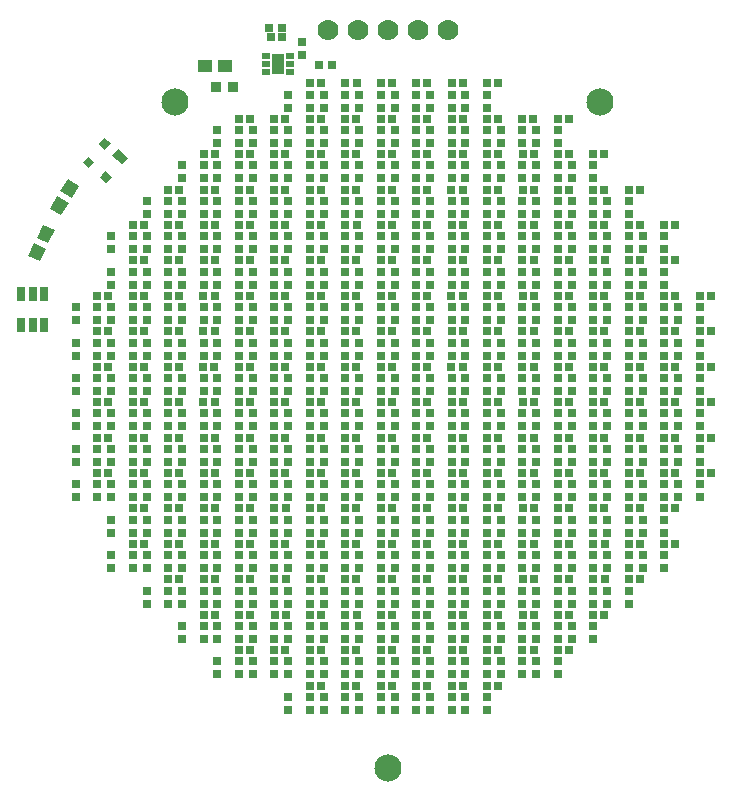
<source format=gbr>
G04 EAGLE Gerber RS-274X export*
G75*
%MOMM*%
%FSLAX34Y34*%
%LPD*%
%INSoldermask Top*%
%IPPOS*%
%AMOC8*
5,1,8,0,0,1.08239X$1,22.5*%
G01*
%ADD10C,2.301600*%
%ADD11R,0.651600X1.301600*%
%ADD12R,0.651600X0.651600*%
%ADD13C,1.778000*%
%ADD14R,1.101600X0.701600*%
%ADD15R,0.701600X0.701600*%
%ADD16R,1.201600X1.101600*%
%ADD17R,0.801600X0.801600*%
%ADD18R,0.771600X0.501600*%
%ADD19R,1.051600X1.801600*%
%ADD20R,0.701600X0.701600*%
%ADD21R,0.901600X0.901600*%


D10*
X520000Y594160D03*
X340000Y30000D03*
X160000Y594160D03*
D11*
X48824Y431402D03*
X39324Y431402D03*
X29824Y431402D03*
X29824Y405400D03*
X48824Y405400D03*
X39324Y405400D03*
D12*
X250545Y648841D03*
X241145Y648841D03*
D13*
X289200Y655400D03*
X314600Y655400D03*
X340000Y655400D03*
X365400Y655400D03*
X390800Y655400D03*
D14*
G36*
X111520Y554057D02*
X119896Y546904D01*
X115340Y541569D01*
X106964Y548722D01*
X111520Y554057D01*
G37*
D15*
G36*
X100114Y563799D02*
X105448Y559243D01*
X100892Y553909D01*
X95558Y558465D01*
X100114Y563799D01*
G37*
G36*
X86476Y547831D02*
X91810Y543275D01*
X87254Y537941D01*
X81920Y542497D01*
X86476Y547831D01*
G37*
G36*
X100923Y535491D02*
X106257Y530935D01*
X101701Y525601D01*
X96367Y530157D01*
X100923Y535491D01*
G37*
D16*
G36*
X69921Y508583D02*
X63822Y498230D01*
X54331Y503821D01*
X60430Y514174D01*
X69921Y508583D01*
G37*
G36*
X78549Y523230D02*
X72450Y512877D01*
X62959Y518468D01*
X69058Y528821D01*
X78549Y523230D01*
G37*
G36*
X42883Y479266D02*
X48018Y490128D01*
X57977Y485420D01*
X52842Y474558D01*
X42883Y479266D01*
G37*
G36*
X35618Y463896D02*
X40753Y474758D01*
X50712Y470050D01*
X45577Y459188D01*
X35618Y463896D01*
G37*
D17*
X274150Y589500D03*
X274150Y600500D03*
X255850Y600500D03*
X255850Y589500D03*
X304150Y589500D03*
X304150Y600500D03*
X285850Y600500D03*
X285850Y589500D03*
D12*
X283700Y610000D03*
X274300Y610000D03*
D17*
X334150Y589500D03*
X334150Y600500D03*
X315850Y600500D03*
X315850Y589500D03*
X364150Y589500D03*
X364150Y600500D03*
X345850Y600500D03*
X345850Y589500D03*
X394150Y589500D03*
X394150Y600500D03*
X375850Y600500D03*
X375850Y589500D03*
X424150Y589500D03*
X424150Y600500D03*
X405850Y600500D03*
X405850Y589500D03*
D12*
X313700Y610000D03*
X304300Y610000D03*
X343700Y610000D03*
X334300Y610000D03*
X373700Y610000D03*
X364300Y610000D03*
X403700Y610000D03*
X394300Y610000D03*
X433700Y610000D03*
X424300Y610000D03*
D17*
X214150Y559500D03*
X214150Y570500D03*
X195850Y570500D03*
X195850Y559500D03*
X244150Y559500D03*
X244150Y570500D03*
X225850Y570500D03*
X225850Y559500D03*
X274150Y559500D03*
X274150Y570500D03*
X255850Y570500D03*
X255850Y559500D03*
X304150Y559500D03*
X304150Y570500D03*
X285850Y570500D03*
X285850Y559500D03*
X334150Y559500D03*
X334150Y570500D03*
X315850Y570500D03*
X315850Y559500D03*
X364150Y559500D03*
X364150Y570500D03*
X345850Y570500D03*
X345850Y559500D03*
X394150Y559500D03*
X394150Y570500D03*
X375850Y570500D03*
X375850Y559500D03*
X424150Y559500D03*
X424150Y570500D03*
X405850Y570500D03*
X405850Y559500D03*
X454150Y559500D03*
X454150Y570500D03*
X435850Y570500D03*
X435850Y559500D03*
X484150Y559500D03*
X484150Y570500D03*
X465850Y570500D03*
X465850Y559500D03*
D12*
X223748Y580000D03*
X214348Y580000D03*
X253437Y580000D03*
X244037Y580000D03*
X283530Y580000D03*
X274130Y580000D03*
X313503Y580000D03*
X304103Y580000D03*
X343494Y580000D03*
X334094Y580000D03*
X373519Y580000D03*
X364119Y580000D03*
X403592Y580000D03*
X394192Y580000D03*
X433523Y580000D03*
X424123Y580000D03*
X463498Y580000D03*
X454098Y580000D03*
X493406Y580000D03*
X484006Y580000D03*
D17*
X184150Y529500D03*
X184150Y540500D03*
X165850Y540500D03*
X165850Y529500D03*
X214150Y529500D03*
X214150Y540500D03*
X195850Y540500D03*
X195850Y529500D03*
X244150Y529500D03*
X244150Y540500D03*
X225850Y540500D03*
X225850Y529500D03*
X274150Y529500D03*
X274150Y540500D03*
X255850Y540500D03*
X255850Y529500D03*
X304150Y529500D03*
X304150Y540500D03*
X285850Y540500D03*
X285850Y529500D03*
X334150Y529500D03*
X334150Y540500D03*
X315850Y540500D03*
X315850Y529500D03*
X364150Y529500D03*
X364150Y540500D03*
X345850Y540500D03*
X345850Y529500D03*
X394150Y529500D03*
X394150Y540500D03*
X375850Y540500D03*
X375850Y529500D03*
X424150Y529500D03*
X424150Y540500D03*
X405850Y540500D03*
X405850Y529500D03*
X454150Y529500D03*
X454150Y540500D03*
X435850Y540500D03*
X435850Y529500D03*
X484150Y529500D03*
X484150Y540500D03*
X465850Y540500D03*
X465850Y529500D03*
X514150Y529500D03*
X514150Y540500D03*
X495850Y540500D03*
X495850Y529500D03*
D12*
X193574Y550000D03*
X184174Y550000D03*
X223507Y550000D03*
X214107Y550000D03*
X253482Y550000D03*
X244082Y550000D03*
X283501Y550000D03*
X274101Y550000D03*
X313571Y550000D03*
X304171Y550000D03*
X343513Y550000D03*
X334113Y550000D03*
X373610Y550000D03*
X364210Y550000D03*
X403602Y550000D03*
X394202Y550000D03*
X433621Y550000D03*
X424221Y550000D03*
X463614Y550000D03*
X454214Y550000D03*
X493592Y550000D03*
X484192Y550000D03*
X523597Y550000D03*
X514197Y550000D03*
D17*
X154150Y499500D03*
X154150Y510500D03*
X135850Y510500D03*
X135850Y499500D03*
X184150Y499500D03*
X184150Y510500D03*
X165850Y510500D03*
X165850Y499500D03*
X214150Y499500D03*
X214150Y510500D03*
X195850Y510500D03*
X195850Y499500D03*
X244150Y499500D03*
X244150Y510500D03*
X225850Y510500D03*
X225850Y499500D03*
X274150Y499500D03*
X274150Y510500D03*
X255850Y510500D03*
X255850Y499500D03*
X304150Y499500D03*
X304150Y510500D03*
X285850Y510500D03*
X285850Y499500D03*
X334150Y499500D03*
X334150Y510500D03*
X315850Y510500D03*
X315850Y499500D03*
X364150Y499500D03*
X364150Y510500D03*
X345850Y510500D03*
X345850Y499500D03*
X394150Y499500D03*
X394150Y510500D03*
X375850Y510500D03*
X375850Y499500D03*
X424150Y499500D03*
X424150Y510500D03*
X405850Y510500D03*
X405850Y499500D03*
X454150Y499500D03*
X454150Y510500D03*
X435850Y510500D03*
X435850Y499500D03*
X484150Y499500D03*
X484150Y510500D03*
X465850Y510500D03*
X465850Y499500D03*
X514150Y499500D03*
X514150Y510500D03*
X495850Y510500D03*
X495850Y499500D03*
X544150Y499500D03*
X544150Y510500D03*
X525850Y510500D03*
X525850Y499500D03*
D12*
X163678Y520000D03*
X154278Y520000D03*
X193606Y520000D03*
X184206Y520000D03*
X223657Y520000D03*
X214257Y520000D03*
X253472Y520000D03*
X244072Y520000D03*
X283601Y520000D03*
X274201Y520000D03*
X313572Y520000D03*
X304172Y520000D03*
X343623Y520000D03*
X334223Y520000D03*
X373533Y520000D03*
X364133Y520000D03*
X403457Y520000D03*
X394057Y520000D03*
X433649Y520000D03*
X424249Y520000D03*
X463590Y520000D03*
X454190Y520000D03*
X493421Y520000D03*
X484021Y520000D03*
X523565Y520000D03*
X514165Y520000D03*
X553506Y520000D03*
X544106Y520000D03*
D17*
X124150Y469500D03*
X124150Y480500D03*
X105850Y480500D03*
X105850Y469500D03*
X154150Y469500D03*
X154150Y480500D03*
X135850Y480500D03*
X135850Y469500D03*
X184150Y469500D03*
X184150Y480500D03*
X165850Y480500D03*
X165850Y469500D03*
X214150Y469500D03*
X214150Y480500D03*
X195850Y480500D03*
X195850Y469500D03*
X244150Y469500D03*
X244150Y480500D03*
X225850Y480500D03*
X225850Y469500D03*
X274150Y469500D03*
X274150Y480500D03*
X255850Y480500D03*
X255850Y469500D03*
X304150Y469500D03*
X304150Y480500D03*
X285850Y480500D03*
X285850Y469500D03*
X334150Y469500D03*
X334150Y480500D03*
X315850Y480500D03*
X315850Y469500D03*
X364150Y469500D03*
X364150Y480500D03*
X345850Y480500D03*
X345850Y469500D03*
X394150Y469500D03*
X394150Y480500D03*
X375850Y480500D03*
X375850Y469500D03*
X424150Y469500D03*
X424150Y480500D03*
X405850Y480500D03*
X405850Y469500D03*
X454150Y469500D03*
X454150Y480500D03*
X435850Y480500D03*
X435850Y469500D03*
X484150Y469500D03*
X484150Y480500D03*
X465850Y480500D03*
X465850Y469500D03*
X514150Y469500D03*
X514150Y480500D03*
X495850Y480500D03*
X495850Y469500D03*
X544150Y469500D03*
X544150Y480500D03*
X525850Y480500D03*
X525850Y469500D03*
X574150Y469500D03*
X574150Y480500D03*
X555850Y480500D03*
X555850Y469500D03*
D12*
X133577Y490000D03*
X124177Y490000D03*
X163518Y490000D03*
X154118Y490000D03*
X193525Y490000D03*
X184125Y490000D03*
X223537Y490000D03*
X214137Y490000D03*
X253504Y490000D03*
X244104Y490000D03*
X283516Y490000D03*
X274116Y490000D03*
X313658Y490000D03*
X304258Y490000D03*
X343575Y490000D03*
X334175Y490000D03*
X373462Y490000D03*
X364062Y490000D03*
X403579Y490000D03*
X394179Y490000D03*
X433631Y490000D03*
X424231Y490000D03*
X463513Y490000D03*
X454113Y490000D03*
X493505Y490000D03*
X484105Y490000D03*
X523582Y490000D03*
X514182Y490000D03*
X553584Y490000D03*
X544184Y490000D03*
X583566Y490000D03*
X574166Y490000D03*
D17*
X124150Y439500D03*
X124150Y450500D03*
X105850Y450500D03*
X105850Y439500D03*
X154150Y439500D03*
X154150Y450500D03*
X135850Y450500D03*
X135850Y439500D03*
X184150Y439500D03*
X184150Y450500D03*
X165850Y450500D03*
X165850Y439500D03*
X214150Y439500D03*
X214150Y450500D03*
X195850Y450500D03*
X195850Y439500D03*
X244150Y439500D03*
X244150Y450500D03*
X225850Y450500D03*
X225850Y439500D03*
X274150Y439500D03*
X274150Y450500D03*
X255850Y450500D03*
X255850Y439500D03*
X304150Y439500D03*
X304150Y450500D03*
X285850Y450500D03*
X285850Y439500D03*
X334150Y439500D03*
X334150Y450500D03*
X315850Y450500D03*
X315850Y439500D03*
X364150Y439500D03*
X364150Y450500D03*
X345850Y450500D03*
X345850Y439500D03*
X394150Y439500D03*
X394150Y450500D03*
X375850Y450500D03*
X375850Y439500D03*
X424150Y439500D03*
X424150Y450500D03*
X405850Y450500D03*
X405850Y439500D03*
X454150Y439500D03*
X454150Y450500D03*
X435850Y450500D03*
X435850Y439500D03*
X484150Y439500D03*
X484150Y450500D03*
X465850Y450500D03*
X465850Y439500D03*
X514150Y439500D03*
X514150Y450500D03*
X495850Y450500D03*
X495850Y439500D03*
X544150Y439500D03*
X544150Y450500D03*
X525850Y450500D03*
X525850Y439500D03*
X574150Y439500D03*
X574150Y450500D03*
X555850Y450500D03*
X555850Y439500D03*
D12*
X133486Y460000D03*
X124086Y460000D03*
X163628Y460000D03*
X154228Y460000D03*
X193554Y460000D03*
X184154Y460000D03*
X223508Y460000D03*
X214108Y460000D03*
X253452Y460000D03*
X244052Y460000D03*
X283487Y460000D03*
X274087Y460000D03*
X313583Y460000D03*
X304183Y460000D03*
X343634Y460000D03*
X334234Y460000D03*
X373606Y460000D03*
X364206Y460000D03*
X403532Y460000D03*
X394132Y460000D03*
X433548Y460000D03*
X424148Y460000D03*
X463519Y460000D03*
X454119Y460000D03*
X493462Y460000D03*
X484062Y460000D03*
X523641Y460000D03*
X514241Y460000D03*
X553630Y460000D03*
X544230Y460000D03*
X583636Y460000D03*
X574236Y460000D03*
D17*
X94150Y409500D03*
X94150Y420500D03*
X75850Y420500D03*
X75850Y409500D03*
X124150Y409500D03*
X124150Y420500D03*
X105850Y420500D03*
X105850Y409500D03*
X154150Y409500D03*
X154150Y420500D03*
X135850Y420500D03*
X135850Y409500D03*
X184150Y409500D03*
X184150Y420500D03*
X165850Y420500D03*
X165850Y409500D03*
X214150Y409500D03*
X214150Y420500D03*
X195850Y420500D03*
X195850Y409500D03*
X244150Y409500D03*
X244150Y420500D03*
X225850Y420500D03*
X225850Y409500D03*
X274150Y409500D03*
X274150Y420500D03*
X255850Y420500D03*
X255850Y409500D03*
X304150Y409500D03*
X304150Y420500D03*
X285850Y420500D03*
X285850Y409500D03*
X334150Y409500D03*
X334150Y420500D03*
X315850Y420500D03*
X315850Y409500D03*
X364150Y409500D03*
X364150Y420500D03*
X345850Y420500D03*
X345850Y409500D03*
X394150Y409500D03*
X394150Y420500D03*
X375850Y420500D03*
X375850Y409500D03*
X424150Y409500D03*
X424150Y420500D03*
X405850Y420500D03*
X405850Y409500D03*
X454150Y409500D03*
X454150Y420500D03*
X435850Y420500D03*
X435850Y409500D03*
X484150Y409500D03*
X484150Y420500D03*
X465850Y420500D03*
X465850Y409500D03*
X514150Y409500D03*
X514150Y420500D03*
X495850Y420500D03*
X495850Y409500D03*
X544150Y409500D03*
X544150Y420500D03*
X525850Y420500D03*
X525850Y409500D03*
X574150Y409500D03*
X574150Y420500D03*
X555850Y420500D03*
X555850Y409500D03*
X604150Y409500D03*
X604150Y420500D03*
X585850Y420500D03*
X585850Y409500D03*
D12*
X103507Y430000D03*
X94107Y430000D03*
X133482Y430000D03*
X124082Y430000D03*
X163588Y430000D03*
X154188Y430000D03*
X193490Y430000D03*
X184090Y430000D03*
X223545Y430000D03*
X214145Y430000D03*
X253499Y430000D03*
X244099Y430000D03*
X283673Y430000D03*
X274273Y430000D03*
X313558Y430000D03*
X304158Y430000D03*
X343665Y430000D03*
X334265Y430000D03*
X373533Y430000D03*
X364133Y430000D03*
X403452Y430000D03*
X394052Y430000D03*
X433627Y430000D03*
X424227Y430000D03*
X463649Y430000D03*
X454249Y430000D03*
X493499Y430000D03*
X484099Y430000D03*
X523554Y430000D03*
X514154Y430000D03*
X553679Y430000D03*
X544279Y430000D03*
X583512Y430000D03*
X574112Y430000D03*
X613602Y430000D03*
X604202Y430000D03*
D17*
X94150Y379500D03*
X94150Y390500D03*
X75850Y390500D03*
X75850Y379500D03*
X124150Y379500D03*
X124150Y390500D03*
X105850Y390500D03*
X105850Y379500D03*
X154150Y379500D03*
X154150Y390500D03*
X135850Y390500D03*
X135850Y379500D03*
X184150Y379500D03*
X184150Y390500D03*
X165850Y390500D03*
X165850Y379500D03*
X214150Y379500D03*
X214150Y390500D03*
X195850Y390500D03*
X195850Y379500D03*
X244150Y379500D03*
X244150Y390500D03*
X225850Y390500D03*
X225850Y379500D03*
X274150Y379500D03*
X274150Y390500D03*
X255850Y390500D03*
X255850Y379500D03*
X304150Y379500D03*
X304150Y390500D03*
X285850Y390500D03*
X285850Y379500D03*
X334150Y379500D03*
X334150Y390500D03*
X315850Y390500D03*
X315850Y379500D03*
X364150Y379500D03*
X364150Y390500D03*
X345850Y390500D03*
X345850Y379500D03*
X394150Y379500D03*
X394150Y390500D03*
X375850Y390500D03*
X375850Y379500D03*
X424150Y379500D03*
X424150Y390500D03*
X405850Y390500D03*
X405850Y379500D03*
X454150Y379500D03*
X454150Y390500D03*
X435850Y390500D03*
X435850Y379500D03*
X484150Y379500D03*
X484150Y390500D03*
X465850Y390500D03*
X465850Y379500D03*
X514150Y379500D03*
X514150Y390500D03*
X495850Y390500D03*
X495850Y379500D03*
X544150Y379500D03*
X544150Y390500D03*
X525850Y390500D03*
X525850Y379500D03*
X574150Y379500D03*
X574150Y390500D03*
X555850Y390500D03*
X555850Y379500D03*
X604150Y379500D03*
X604150Y390500D03*
X585850Y390500D03*
X585850Y379500D03*
D12*
X103589Y400000D03*
X94189Y400000D03*
X133560Y400000D03*
X124160Y400000D03*
X163553Y400000D03*
X154153Y400000D03*
X193484Y400000D03*
X184084Y400000D03*
X223581Y400000D03*
X214181Y400000D03*
X253490Y400000D03*
X244090Y400000D03*
X283492Y400000D03*
X274092Y400000D03*
X313548Y400000D03*
X304148Y400000D03*
X343503Y400000D03*
X334103Y400000D03*
X373566Y400000D03*
X364166Y400000D03*
X403575Y400000D03*
X394175Y400000D03*
X433602Y400000D03*
X424202Y400000D03*
X463518Y400000D03*
X454118Y400000D03*
X493596Y400000D03*
X484196Y400000D03*
X523537Y400000D03*
X514137Y400000D03*
X553507Y400000D03*
X544107Y400000D03*
X583541Y400000D03*
X574141Y400000D03*
X613557Y400000D03*
X604157Y400000D03*
D17*
X94150Y349500D03*
X94150Y360500D03*
X75850Y360500D03*
X75850Y349500D03*
X124150Y349500D03*
X124150Y360500D03*
X105850Y360500D03*
X105850Y349500D03*
X154150Y349500D03*
X154150Y360500D03*
X135850Y360500D03*
X135850Y349500D03*
X184150Y349500D03*
X184150Y360500D03*
X165850Y360500D03*
X165850Y349500D03*
X214150Y349500D03*
X214150Y360500D03*
X195850Y360500D03*
X195850Y349500D03*
X244150Y349500D03*
X244150Y360500D03*
X225850Y360500D03*
X225850Y349500D03*
X274150Y349500D03*
X274150Y360500D03*
X255850Y360500D03*
X255850Y349500D03*
X304150Y349500D03*
X304150Y360500D03*
X285850Y360500D03*
X285850Y349500D03*
X334150Y349500D03*
X334150Y360500D03*
X315850Y360500D03*
X315850Y349500D03*
X364150Y349500D03*
X364150Y360500D03*
X345850Y360500D03*
X345850Y349500D03*
X394150Y349500D03*
X394150Y360500D03*
X375850Y360500D03*
X375850Y349500D03*
X424150Y349500D03*
X424150Y360500D03*
X405850Y360500D03*
X405850Y349500D03*
X454150Y349500D03*
X454150Y360500D03*
X435850Y360500D03*
X435850Y349500D03*
X484150Y349500D03*
X484150Y360500D03*
X465850Y360500D03*
X465850Y349500D03*
X514150Y349500D03*
X514150Y360500D03*
X495850Y360500D03*
X495850Y349500D03*
X544150Y349500D03*
X544150Y360500D03*
X525850Y360500D03*
X525850Y349500D03*
X574150Y349500D03*
X574150Y360500D03*
X555850Y360500D03*
X555850Y349500D03*
X604150Y349500D03*
X604150Y360500D03*
X585850Y360500D03*
X585850Y349500D03*
D12*
X103452Y370000D03*
X94052Y370000D03*
X133508Y370000D03*
X124108Y370000D03*
X163556Y370000D03*
X154156Y370000D03*
X193403Y370000D03*
X184003Y370000D03*
X223455Y370000D03*
X214055Y370000D03*
X253428Y370000D03*
X244028Y370000D03*
X283633Y370000D03*
X274233Y370000D03*
X313512Y370000D03*
X304112Y370000D03*
X343516Y370000D03*
X334116Y370000D03*
X373458Y370000D03*
X364058Y370000D03*
X403446Y370000D03*
X394046Y370000D03*
X433607Y370000D03*
X424207Y370000D03*
X463515Y370000D03*
X454115Y370000D03*
X493630Y370000D03*
X484230Y370000D03*
X523572Y370000D03*
X514172Y370000D03*
X553496Y370000D03*
X544096Y370000D03*
X583688Y370000D03*
X574288Y370000D03*
X613551Y370000D03*
X604151Y370000D03*
D17*
X94150Y319500D03*
X94150Y330500D03*
X75850Y330500D03*
X75850Y319500D03*
X124150Y319500D03*
X124150Y330500D03*
X105850Y330500D03*
X105850Y319500D03*
X154150Y319500D03*
X154150Y330500D03*
X135850Y330500D03*
X135850Y319500D03*
X184150Y319500D03*
X184150Y330500D03*
X165850Y330500D03*
X165850Y319500D03*
X214150Y319500D03*
X214150Y330500D03*
X195850Y330500D03*
X195850Y319500D03*
X244150Y319500D03*
X244150Y330500D03*
X225850Y330500D03*
X225850Y319500D03*
X274150Y319500D03*
X274150Y330500D03*
X255850Y330500D03*
X255850Y319500D03*
X304150Y319500D03*
X304150Y330500D03*
X285850Y330500D03*
X285850Y319500D03*
X334150Y319500D03*
X334150Y330500D03*
X315850Y330500D03*
X315850Y319500D03*
X364150Y319500D03*
X364150Y330500D03*
X345850Y330500D03*
X345850Y319500D03*
X394150Y319500D03*
X394150Y330500D03*
X375850Y330500D03*
X375850Y319500D03*
X424150Y319500D03*
X424150Y330500D03*
X405850Y330500D03*
X405850Y319500D03*
X454150Y319500D03*
X454150Y330500D03*
X435850Y330500D03*
X435850Y319500D03*
X484150Y319500D03*
X484150Y330500D03*
X465850Y330500D03*
X465850Y319500D03*
X514150Y319500D03*
X514150Y330500D03*
X495850Y330500D03*
X495850Y319500D03*
X544150Y319500D03*
X544150Y330500D03*
X525850Y330500D03*
X525850Y319500D03*
X574150Y319500D03*
X574150Y330500D03*
X555850Y330500D03*
X555850Y319500D03*
X604150Y319500D03*
X604150Y330500D03*
X585850Y330500D03*
X585850Y319500D03*
D12*
X103486Y340000D03*
X94086Y340000D03*
X133499Y340000D03*
X124099Y340000D03*
X163589Y340000D03*
X154189Y340000D03*
X193492Y340000D03*
X184092Y340000D03*
X223620Y340000D03*
X214220Y340000D03*
X253489Y340000D03*
X244089Y340000D03*
X283606Y340000D03*
X274206Y340000D03*
X313520Y340000D03*
X304120Y340000D03*
X343565Y340000D03*
X334165Y340000D03*
X373563Y340000D03*
X364163Y340000D03*
X403589Y340000D03*
X394189Y340000D03*
X433582Y340000D03*
X424182Y340000D03*
X463736Y340021D03*
X454336Y340021D03*
X493573Y340000D03*
X484173Y340000D03*
X523579Y340000D03*
X514179Y340000D03*
X553558Y340000D03*
X544158Y340000D03*
X583551Y340000D03*
X574151Y340000D03*
X613544Y340000D03*
X604144Y340000D03*
D17*
X94150Y289500D03*
X94150Y300500D03*
X75850Y300500D03*
X75850Y289500D03*
X124150Y289500D03*
X124150Y300500D03*
X105850Y300500D03*
X105850Y289500D03*
X154150Y289500D03*
X154150Y300500D03*
X135850Y300500D03*
X135850Y289500D03*
X184150Y289500D03*
X184150Y300500D03*
X165850Y300500D03*
X165850Y289500D03*
X214150Y289500D03*
X214150Y300500D03*
X195850Y300500D03*
X195850Y289500D03*
X244150Y289500D03*
X244150Y300500D03*
X225850Y300500D03*
X225850Y289500D03*
X274150Y289500D03*
X274150Y300500D03*
X255850Y300500D03*
X255850Y289500D03*
X304150Y289500D03*
X304150Y300500D03*
X285850Y300500D03*
X285850Y289500D03*
X334150Y289500D03*
X334150Y300500D03*
X315850Y300500D03*
X315850Y289500D03*
X364150Y289500D03*
X364150Y300500D03*
X345850Y300500D03*
X345850Y289500D03*
X394150Y289500D03*
X394150Y300500D03*
X375850Y300500D03*
X375850Y289500D03*
X424150Y289500D03*
X424150Y300500D03*
X405850Y300500D03*
X405850Y289500D03*
X454150Y289500D03*
X454150Y300500D03*
X435850Y300500D03*
X435850Y289500D03*
X484150Y289500D03*
X484150Y300500D03*
X465850Y300500D03*
X465850Y289500D03*
X514150Y289500D03*
X514150Y300500D03*
X495850Y300500D03*
X495850Y289500D03*
X544150Y289500D03*
X544150Y300500D03*
X525850Y300500D03*
X525850Y289500D03*
X574150Y289500D03*
X574150Y300500D03*
X555850Y300500D03*
X555850Y289500D03*
X604150Y289500D03*
X604150Y300500D03*
X585850Y300500D03*
X585850Y289500D03*
D12*
X103604Y310000D03*
X94204Y310000D03*
X133514Y310000D03*
X124114Y310000D03*
X163503Y310000D03*
X154103Y310000D03*
X193615Y310000D03*
X184215Y310000D03*
X223750Y310000D03*
X214350Y310000D03*
X253484Y310000D03*
X244084Y310000D03*
X283674Y310000D03*
X274274Y310000D03*
X313526Y310000D03*
X304126Y310000D03*
X343539Y310000D03*
X334139Y310000D03*
X373484Y310000D03*
X364084Y310000D03*
X403551Y310000D03*
X394151Y310000D03*
X433697Y310000D03*
X424297Y310000D03*
X463519Y310000D03*
X454119Y310000D03*
X493586Y310000D03*
X484186Y310000D03*
X523599Y310000D03*
X514199Y310000D03*
X553598Y310000D03*
X544198Y310000D03*
X583655Y310000D03*
X574255Y310000D03*
X613532Y310000D03*
X604132Y310000D03*
D17*
X94150Y259500D03*
X94150Y270500D03*
X75850Y270500D03*
X75850Y259500D03*
X124150Y259500D03*
X124150Y270500D03*
X105850Y270500D03*
X105850Y259500D03*
X154150Y259500D03*
X154150Y270500D03*
X135850Y270500D03*
X135850Y259500D03*
X184150Y259500D03*
X184150Y270500D03*
X165850Y270500D03*
X165850Y259500D03*
X214150Y259500D03*
X214150Y270500D03*
X195850Y270500D03*
X195850Y259500D03*
X244150Y259500D03*
X244150Y270500D03*
X225850Y270500D03*
X225850Y259500D03*
X274150Y259500D03*
X274150Y270500D03*
X255850Y270500D03*
X255850Y259500D03*
X304150Y259500D03*
X304150Y270500D03*
X285850Y270500D03*
X285850Y259500D03*
X334150Y259500D03*
X334150Y270500D03*
X315850Y270500D03*
X315850Y259500D03*
X364150Y259500D03*
X364150Y270500D03*
X345850Y270500D03*
X345850Y259500D03*
X394150Y259500D03*
X394150Y270500D03*
X375850Y270500D03*
X375850Y259500D03*
X424150Y259500D03*
X424150Y270500D03*
X405850Y270500D03*
X405850Y259500D03*
X454150Y259500D03*
X454150Y270500D03*
X435850Y270500D03*
X435850Y259500D03*
X484150Y259500D03*
X484150Y270500D03*
X465850Y270500D03*
X465850Y259500D03*
X514150Y259500D03*
X514150Y270500D03*
X495850Y270500D03*
X495850Y259500D03*
X544150Y259500D03*
X544150Y270500D03*
X525850Y270500D03*
X525850Y259500D03*
X574150Y259500D03*
X574150Y270500D03*
X555850Y270500D03*
X555850Y259500D03*
X604150Y259500D03*
X604150Y270500D03*
X585850Y270500D03*
X585850Y259500D03*
D12*
X103494Y280000D03*
X94094Y280000D03*
X133575Y280000D03*
X124175Y280000D03*
X163470Y280000D03*
X154070Y280000D03*
X193621Y280000D03*
X184221Y280000D03*
X223539Y280000D03*
X214139Y280000D03*
X253450Y280000D03*
X244050Y280000D03*
X283492Y280000D03*
X274092Y280000D03*
X313511Y280000D03*
X304111Y280000D03*
X343499Y280000D03*
X334099Y280000D03*
X373619Y280000D03*
X364219Y280000D03*
X403507Y280000D03*
X394107Y280000D03*
X433472Y280000D03*
X424072Y280000D03*
X463553Y280000D03*
X454153Y280000D03*
X493479Y280000D03*
X484079Y280000D03*
X523590Y280000D03*
X514190Y280000D03*
X553587Y280000D03*
X544187Y280000D03*
X583629Y280000D03*
X574229Y280000D03*
X613486Y280000D03*
X604086Y280000D03*
D17*
X124150Y229500D03*
X124150Y240500D03*
X105850Y240500D03*
X105850Y229500D03*
X154150Y229500D03*
X154150Y240500D03*
X135850Y240500D03*
X135850Y229500D03*
X184150Y229500D03*
X184150Y240500D03*
X165850Y240500D03*
X165850Y229500D03*
X214150Y229500D03*
X214150Y240500D03*
X195850Y240500D03*
X195850Y229500D03*
X244150Y229500D03*
X244150Y240500D03*
X225850Y240500D03*
X225850Y229500D03*
X274150Y229500D03*
X274150Y240500D03*
X255850Y240500D03*
X255850Y229500D03*
X304150Y229500D03*
X304150Y240500D03*
X285850Y240500D03*
X285850Y229500D03*
X334150Y229500D03*
X334150Y240500D03*
X315850Y240500D03*
X315850Y229500D03*
X364150Y229500D03*
X364150Y240500D03*
X345850Y240500D03*
X345850Y229500D03*
X394150Y229500D03*
X394150Y240500D03*
X375850Y240500D03*
X375850Y229500D03*
X424150Y229500D03*
X424150Y240500D03*
X405850Y240500D03*
X405850Y229500D03*
X454150Y229500D03*
X454150Y240500D03*
X435850Y240500D03*
X435850Y229500D03*
X484150Y229500D03*
X484150Y240500D03*
X465850Y240500D03*
X465850Y229500D03*
X514150Y229500D03*
X514150Y240500D03*
X495850Y240500D03*
X495850Y229500D03*
X544150Y229500D03*
X544150Y240500D03*
X525850Y240500D03*
X525850Y229500D03*
X574150Y229500D03*
X574150Y240500D03*
X555850Y240500D03*
X555850Y229500D03*
D12*
X133516Y250000D03*
X124116Y250000D03*
X163495Y250000D03*
X154095Y250000D03*
X193508Y250000D03*
X184108Y250000D03*
X223517Y250000D03*
X214117Y250000D03*
X253554Y250000D03*
X244154Y250000D03*
X283655Y250000D03*
X274255Y250000D03*
X313522Y250000D03*
X304122Y250000D03*
X343589Y250000D03*
X334189Y250000D03*
X373578Y250000D03*
X364178Y250000D03*
X403499Y250000D03*
X394099Y250000D03*
X433532Y250000D03*
X424132Y250000D03*
X463657Y250000D03*
X454257Y250000D03*
X493470Y250000D03*
X484070Y250000D03*
X523581Y250000D03*
X514181Y250000D03*
X553624Y250000D03*
X544224Y250000D03*
X583539Y250000D03*
X574139Y250000D03*
D17*
X124150Y199500D03*
X124150Y210500D03*
X105850Y210500D03*
X105850Y199500D03*
X154150Y199500D03*
X154150Y210500D03*
X135850Y210500D03*
X135850Y199500D03*
X184150Y199500D03*
X184150Y210500D03*
X165850Y210500D03*
X165850Y199500D03*
X214150Y199500D03*
X214150Y210500D03*
X195850Y210500D03*
X195850Y199500D03*
X244150Y199500D03*
X244150Y210500D03*
X225850Y210500D03*
X225850Y199500D03*
X274150Y199500D03*
X274150Y210500D03*
X255850Y210500D03*
X255850Y199500D03*
X304150Y199500D03*
X304150Y210500D03*
X285850Y210500D03*
X285850Y199500D03*
X334150Y199500D03*
X334150Y210500D03*
X315850Y210500D03*
X315850Y199500D03*
X364150Y199500D03*
X364150Y210500D03*
X345850Y210500D03*
X345850Y199500D03*
X394150Y199500D03*
X394150Y210500D03*
X375850Y210500D03*
X375850Y199500D03*
X424150Y199500D03*
X424150Y210500D03*
X405850Y210500D03*
X405850Y199500D03*
X454150Y199500D03*
X454150Y210500D03*
X435850Y210500D03*
X435850Y199500D03*
X484150Y199500D03*
X484150Y210500D03*
X465850Y210500D03*
X465850Y199500D03*
X514150Y199500D03*
X514150Y210500D03*
X495850Y210500D03*
X495850Y199500D03*
X544150Y199500D03*
X544150Y210500D03*
X525850Y210500D03*
X525850Y199500D03*
X574150Y199500D03*
X574150Y210500D03*
X555850Y210500D03*
X555850Y199500D03*
D12*
X133618Y220000D03*
X124218Y220000D03*
X163541Y220000D03*
X154141Y220000D03*
X193508Y220000D03*
X184108Y220000D03*
X223618Y220000D03*
X214218Y220000D03*
X253508Y220000D03*
X244108Y220000D03*
X283570Y220000D03*
X274170Y220000D03*
X313602Y220000D03*
X304202Y220000D03*
X343632Y220000D03*
X334232Y220000D03*
X373491Y220000D03*
X364091Y220000D03*
X403521Y220000D03*
X394121Y220000D03*
X433662Y220000D03*
X424262Y220000D03*
X463568Y220000D03*
X454168Y220000D03*
X493599Y220000D03*
X484199Y220000D03*
X523661Y220000D03*
X514261Y220000D03*
X553489Y220000D03*
X544089Y220000D03*
X583660Y220000D03*
X574260Y220000D03*
D17*
X154150Y169500D03*
X154150Y180500D03*
X135850Y180500D03*
X135850Y169500D03*
X184150Y169500D03*
X184150Y180500D03*
X165850Y180500D03*
X165850Y169500D03*
X214150Y169500D03*
X214150Y180500D03*
X195850Y180500D03*
X195850Y169500D03*
X244150Y169500D03*
X244150Y180500D03*
X225850Y180500D03*
X225850Y169500D03*
X274150Y169500D03*
X274150Y180500D03*
X255850Y180500D03*
X255850Y169500D03*
X304150Y169500D03*
X304150Y180500D03*
X285850Y180500D03*
X285850Y169500D03*
X334150Y169500D03*
X334150Y180500D03*
X315850Y180500D03*
X315850Y169500D03*
X364150Y169500D03*
X364150Y180500D03*
X345850Y180500D03*
X345850Y169500D03*
X394150Y169500D03*
X394150Y180500D03*
X375850Y180500D03*
X375850Y169500D03*
X424150Y169500D03*
X424150Y180500D03*
X405850Y180500D03*
X405850Y169500D03*
X454150Y169500D03*
X454150Y180500D03*
X435850Y180500D03*
X435850Y169500D03*
X484150Y169500D03*
X484150Y180500D03*
X465850Y180500D03*
X465850Y169500D03*
X514150Y169500D03*
X514150Y180500D03*
X495850Y180500D03*
X495850Y169500D03*
X544150Y169500D03*
X544150Y180500D03*
X525850Y180500D03*
X525850Y169500D03*
D12*
X163531Y190000D03*
X154131Y190000D03*
X193549Y190000D03*
X184149Y190000D03*
X223502Y190000D03*
X214102Y190000D03*
X253566Y190000D03*
X244166Y190000D03*
X283489Y190000D03*
X274089Y190000D03*
X313569Y190000D03*
X304169Y190000D03*
X343555Y190000D03*
X334155Y190000D03*
X373493Y190000D03*
X364093Y190000D03*
X403541Y190000D03*
X394141Y190000D03*
X433652Y190000D03*
X424252Y190000D03*
X463669Y190000D03*
X454269Y190000D03*
X493623Y190000D03*
X484223Y190000D03*
X523656Y190000D03*
X514256Y190000D03*
X553609Y190000D03*
X544209Y190000D03*
D17*
X184150Y139500D03*
X184150Y150500D03*
X165850Y150500D03*
X165850Y139500D03*
X214150Y139500D03*
X214150Y150500D03*
X195850Y150500D03*
X195850Y139500D03*
X244150Y139500D03*
X244150Y150500D03*
X225850Y150500D03*
X225850Y139500D03*
X274150Y139500D03*
X274150Y150500D03*
X255850Y150500D03*
X255850Y139500D03*
X304150Y139500D03*
X304150Y150500D03*
X285850Y150500D03*
X285850Y139500D03*
X334150Y139500D03*
X334150Y150500D03*
X315850Y150500D03*
X315850Y139500D03*
X364150Y139500D03*
X364150Y150500D03*
X345850Y150500D03*
X345850Y139500D03*
X394150Y139500D03*
X394150Y150500D03*
X375850Y150500D03*
X375850Y139500D03*
X424150Y139500D03*
X424150Y150500D03*
X405850Y150500D03*
X405850Y139500D03*
X454150Y139500D03*
X454150Y150500D03*
X435850Y150500D03*
X435850Y139500D03*
X484150Y139500D03*
X484150Y150500D03*
X465850Y150500D03*
X465850Y139500D03*
X514150Y139500D03*
X514150Y150500D03*
X495850Y150500D03*
X495850Y139500D03*
D12*
X193513Y160000D03*
X184113Y160000D03*
X223389Y160000D03*
X213989Y160000D03*
X253641Y160000D03*
X244241Y160000D03*
X283471Y160000D03*
X274071Y160000D03*
X313658Y160000D03*
X304258Y160000D03*
X343474Y160000D03*
X334074Y160000D03*
X373490Y160000D03*
X364090Y160000D03*
X403585Y160000D03*
X394185Y160000D03*
X433539Y160000D03*
X424139Y160000D03*
X463666Y160000D03*
X454266Y160000D03*
X493511Y160000D03*
X484111Y160000D03*
X523464Y160000D03*
X514064Y160000D03*
D17*
X214150Y109500D03*
X214150Y120500D03*
X195850Y120500D03*
X195850Y109500D03*
X244150Y109500D03*
X244150Y120500D03*
X225850Y120500D03*
X225850Y109500D03*
X274150Y109500D03*
X274150Y120500D03*
X255850Y120500D03*
X255850Y109500D03*
X304150Y109500D03*
X304150Y120500D03*
X285850Y120500D03*
X285850Y109500D03*
X334150Y109500D03*
X334150Y120500D03*
X315850Y120500D03*
X315850Y109500D03*
X364150Y109500D03*
X364150Y120500D03*
X345850Y120500D03*
X345850Y109500D03*
X394150Y109500D03*
X394150Y120500D03*
X375850Y120500D03*
X375850Y109500D03*
X424150Y109500D03*
X424150Y120500D03*
X405850Y120500D03*
X405850Y109500D03*
X454150Y109500D03*
X454150Y120500D03*
X435850Y120500D03*
X435850Y109500D03*
X484150Y109500D03*
X484150Y120500D03*
X465850Y120500D03*
X465850Y109500D03*
D12*
X223625Y130000D03*
X214225Y130000D03*
X253517Y130000D03*
X244117Y130000D03*
X283590Y130000D03*
X274190Y130000D03*
X313552Y130000D03*
X304152Y130000D03*
X343539Y130000D03*
X334139Y130000D03*
X373632Y130000D03*
X364232Y130000D03*
X403525Y130000D03*
X394125Y130000D03*
X433621Y130000D03*
X424221Y130000D03*
X463514Y130000D03*
X454114Y130000D03*
X493570Y130000D03*
X484170Y130000D03*
D17*
X274150Y79500D03*
X274150Y90500D03*
X255850Y90500D03*
X255850Y79500D03*
X304150Y79500D03*
X304150Y90500D03*
X285850Y90500D03*
X285850Y79500D03*
X334150Y79500D03*
X334150Y90500D03*
X315850Y90500D03*
X315850Y79500D03*
X364150Y79500D03*
X364150Y90500D03*
X345850Y90500D03*
X345850Y79500D03*
X394150Y79500D03*
X394150Y90500D03*
X375850Y90500D03*
X375850Y79500D03*
X424150Y79500D03*
X424150Y90500D03*
X405850Y90500D03*
X405850Y79500D03*
D12*
X283520Y100000D03*
X274120Y100000D03*
X313524Y100000D03*
X304124Y100000D03*
X343524Y100000D03*
X334124Y100000D03*
X373603Y100000D03*
X364203Y100000D03*
X403475Y100000D03*
X394075Y100000D03*
X433574Y100000D03*
X424174Y100000D03*
D18*
X237119Y632864D03*
X257419Y619864D03*
X257419Y626364D03*
X257419Y632864D03*
X237119Y626364D03*
X237119Y619864D03*
D19*
X247269Y626364D03*
D16*
X202429Y624840D03*
X185429Y624840D03*
D20*
X267081Y634068D03*
X267081Y644568D03*
D21*
X209430Y606933D03*
X194430Y606933D03*
D20*
X250233Y656844D03*
X239733Y656844D03*
X282024Y625221D03*
X292524Y625221D03*
M02*

</source>
